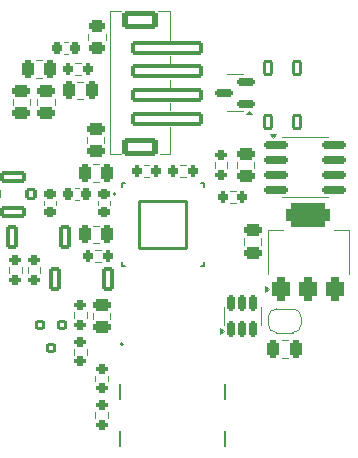
<source format=gbr>
%TF.GenerationSoftware,KiCad,Pcbnew,9.0.0*%
%TF.CreationDate,2026-01-31T22:23:39+01:00*%
%TF.ProjectId,DisplayBoard,44697370-6c61-4794-926f-6172642e6b69,rev?*%
%TF.SameCoordinates,Original*%
%TF.FileFunction,Legend,Top*%
%TF.FilePolarity,Positive*%
%FSLAX46Y46*%
G04 Gerber Fmt 4.6, Leading zero omitted, Abs format (unit mm)*
G04 Created by KiCad (PCBNEW 9.0.0) date 2026-01-31 22:23:39*
%MOMM*%
%LPD*%
G01*
G04 APERTURE LIST*
G04 Aperture macros list*
%AMRoundRect*
0 Rectangle with rounded corners*
0 $1 Rounding radius*
0 $2 $3 $4 $5 $6 $7 $8 $9 X,Y pos of 4 corners*
0 Add a 4 corners polygon primitive as box body*
4,1,4,$2,$3,$4,$5,$6,$7,$8,$9,$2,$3,0*
0 Add four circle primitives for the rounded corners*
1,1,$1+$1,$2,$3*
1,1,$1+$1,$4,$5*
1,1,$1+$1,$6,$7*
1,1,$1+$1,$8,$9*
0 Add four rect primitives between the rounded corners*
20,1,$1+$1,$2,$3,$4,$5,0*
20,1,$1+$1,$4,$5,$6,$7,0*
20,1,$1+$1,$6,$7,$8,$9,0*
20,1,$1+$1,$8,$9,$2,$3,0*%
%AMFreePoly0*
4,1,23,0.000000,0.745722,0.065263,0.745722,0.191342,0.711940,0.304381,0.646677,0.396677,0.554381,0.461940,0.441342,0.495722,0.315263,0.495722,0.250000,0.500000,0.250000,0.500000,-0.250000,0.495722,-0.250000,0.495722,-0.315263,0.461940,-0.441342,0.396677,-0.554381,0.304381,-0.646677,0.191342,-0.711940,0.065263,-0.745722,0.000000,-0.745722,0.000000,-0.750000,-0.500000,-0.750000,
-0.500000,0.750000,0.000000,0.750000,0.000000,0.745722,0.000000,0.745722,$1*%
%AMFreePoly1*
4,1,23,0.500000,-0.750000,0.000000,-0.750000,0.000000,-0.745722,-0.065263,-0.745722,-0.191342,-0.711940,-0.304381,-0.646677,-0.396677,-0.554381,-0.461940,-0.441342,-0.495722,-0.315263,-0.495722,-0.250000,-0.500000,-0.250000,-0.500000,0.250000,-0.495722,0.250000,-0.495722,0.315263,-0.461940,0.441342,-0.396677,0.554381,-0.304381,0.646677,-0.191342,0.711940,-0.065263,0.745722,0.000000,0.745722,
0.000000,0.750000,0.500000,0.750000,0.500000,-0.750000,0.500000,-0.750000,$1*%
G04 Aperture macros list end*
%ADD10C,0.200000*%
%ADD11C,0.120000*%
%ADD12C,0.100000*%
%ADD13C,0.127000*%
%ADD14C,0.010000*%
%ADD15C,0.000000*%
%ADD16RoundRect,0.157500X-0.942500X0.367500X-0.942500X-0.367500X0.942500X-0.367500X0.942500X0.367500X0*%
%ADD17RoundRect,0.150000X-0.350000X0.375000X-0.350000X-0.375000X0.350000X-0.375000X0.350000X0.375000X0*%
%ADD18O,1.204000X2.004000*%
%ADD19O,1.204000X2.304000*%
%ADD20C,0.650000*%
%ADD21RoundRect,0.200000X-0.200000X-0.275000X0.200000X-0.275000X0.200000X0.275000X-0.200000X0.275000X0*%
%ADD22RoundRect,0.250000X0.450000X-0.262500X0.450000X0.262500X-0.450000X0.262500X-0.450000X-0.262500X0*%
%ADD23RoundRect,0.250000X0.250000X0.475000X-0.250000X0.475000X-0.250000X-0.475000X0.250000X-0.475000X0*%
%ADD24RoundRect,0.218750X-0.218750X-0.256250X0.218750X-0.256250X0.218750X0.256250X-0.218750X0.256250X0*%
%ADD25RoundRect,0.250000X0.475000X-0.250000X0.475000X0.250000X-0.475000X0.250000X-0.475000X-0.250000X0*%
%ADD26RoundRect,0.240000X-1.260000X0.560000X-1.260000X-0.560000X1.260000X-0.560000X1.260000X0.560000X0*%
%ADD27RoundRect,0.180000X-2.870000X0.420000X-2.870000X-0.420000X2.870000X-0.420000X2.870000X0.420000X0*%
%ADD28RoundRect,0.150000X0.150000X-0.512500X0.150000X0.512500X-0.150000X0.512500X-0.150000X-0.512500X0*%
%ADD29RoundRect,0.375000X0.375000X-0.625000X0.375000X0.625000X-0.375000X0.625000X-0.375000X-0.625000X0*%
%ADD30RoundRect,0.500000X1.400000X-0.500000X1.400000X0.500000X-1.400000X0.500000X-1.400000X-0.500000X0*%
%ADD31RoundRect,0.250000X-0.475000X0.250000X-0.475000X-0.250000X0.475000X-0.250000X0.475000X0.250000X0*%
%ADD32FreePoly0,0.000000*%
%ADD33FreePoly1,0.000000*%
%ADD34RoundRect,0.225000X-0.250000X0.225000X-0.250000X-0.225000X0.250000X-0.225000X0.250000X0.225000X0*%
%ADD35RoundRect,0.200000X-0.275000X0.200000X-0.275000X-0.200000X0.275000X-0.200000X0.275000X0.200000X0*%
%ADD36RoundRect,0.200000X0.200000X0.275000X-0.200000X0.275000X-0.200000X-0.275000X0.200000X-0.275000X0*%
%ADD37RoundRect,0.200000X0.275000X-0.200000X0.275000X0.200000X-0.275000X0.200000X-0.275000X-0.200000X0*%
%ADD38RoundRect,0.157500X-0.367500X-0.842500X0.367500X-0.842500X0.367500X0.842500X-0.367500X0.842500X0*%
%ADD39RoundRect,0.120000X-0.280000X-0.330000X0.280000X-0.330000X0.280000X0.330000X-0.280000X0.330000X0*%
%ADD40RoundRect,0.150000X0.587500X0.150000X-0.587500X0.150000X-0.587500X-0.150000X0.587500X-0.150000X0*%
%ADD41RoundRect,0.135000X-0.315000X0.540000X-0.315000X-0.540000X0.315000X-0.540000X0.315000X0.540000X0*%
%ADD42RoundRect,0.150000X-0.825000X-0.150000X0.825000X-0.150000X0.825000X0.150000X-0.825000X0.150000X0*%
%ADD43RoundRect,0.102000X-2.000000X-2.000000X2.000000X-2.000000X2.000000X2.000000X-2.000000X2.000000X0*%
G04 APERTURE END LIST*
D10*
%TO.C,USBC501*%
X96600000Y-129200000D02*
G75*
G02*
X96400000Y-129200000I-100000J0D01*
G01*
X96400000Y-129200000D02*
G75*
G02*
X96600000Y-129200000I100000J0D01*
G01*
X105270000Y-137800001D02*
X105270000Y-136520000D01*
X105269999Y-132550000D02*
X105270000Y-133800001D01*
X96330000Y-136520000D02*
X96330000Y-137799999D01*
X96330000Y-132550000D02*
X96329999Y-133800000D01*
D11*
%TO.C,R401*%
X92562742Y-105377500D02*
X93037258Y-105377500D01*
X92562742Y-106422500D02*
X93037258Y-106422500D01*
%TO.C,D401*%
X95135000Y-103414564D02*
X95135000Y-102960436D01*
X93665000Y-103414564D02*
X93665000Y-102960436D01*
%TO.C,C403*%
X89761252Y-105165000D02*
X89238748Y-105165000D01*
X89761252Y-106635000D02*
X89238748Y-106635000D01*
%TO.C,FB401*%
X91637221Y-104610000D02*
X91962779Y-104610000D01*
X91637221Y-103590000D02*
X91962779Y-103590000D01*
%TO.C,C404*%
X93261252Y-106965000D02*
X92738748Y-106965000D01*
X93261252Y-108435000D02*
X92738748Y-108435000D01*
%TO.C,C405*%
X106265000Y-114261252D02*
X106265000Y-113738748D01*
X107735000Y-114261252D02*
X107735000Y-113738748D01*
D12*
%TO.C,J401*%
X100550000Y-101000000D02*
X99600000Y-101000000D01*
X100550000Y-101000000D02*
X100550000Y-103400000D01*
X95550000Y-101000000D02*
X96400000Y-101000000D01*
X100550000Y-104800000D02*
X100550000Y-105400000D01*
X100550000Y-106800000D02*
X100550000Y-107400000D01*
X100550000Y-108800000D02*
X100550000Y-109400000D01*
X100550000Y-110800000D02*
X100550000Y-113100000D01*
X100550000Y-113100000D02*
X99700000Y-113100000D01*
X96400000Y-113100000D02*
X95550000Y-113100000D01*
X95550000Y-113100000D02*
X95550000Y-101000000D01*
D11*
%TO.C,U501*%
X105190000Y-128100000D02*
X104860000Y-128340000D01*
X104860000Y-127860000D01*
X105190000Y-128100000D01*
G36*
X105190000Y-128100000D02*
G01*
X104860000Y-128340000D01*
X104860000Y-127860000D01*
X105190000Y-128100000D01*
G37*
X105140000Y-126800000D02*
X105140000Y-126000000D01*
X105140000Y-126800000D02*
X105140000Y-127600000D01*
X108260000Y-126800000D02*
X108260000Y-126000000D01*
X108260000Y-126800000D02*
X108260000Y-127600000D01*
%TO.C,C301*%
X94065000Y-127061252D02*
X94065000Y-126538748D01*
X95535000Y-127061252D02*
X95535000Y-126538748D01*
%TO.C,U502*%
X108990000Y-124530000D02*
X108660000Y-124770000D01*
X108660000Y-124290000D01*
X108990000Y-124530000D01*
G36*
X108990000Y-124530000D02*
G01*
X108660000Y-124770000D01*
X108660000Y-124290000D01*
X108990000Y-124530000D01*
G37*
X115710000Y-119490000D02*
X114450000Y-119490000D01*
X108890000Y-119490000D02*
X110150000Y-119490000D01*
X115710000Y-123250000D02*
X115710000Y-119490000D01*
X108890000Y-123250000D02*
X108890000Y-119490000D01*
%TO.C,C502*%
X106865000Y-120238748D02*
X106865000Y-120761252D01*
X108335000Y-120238748D02*
X108335000Y-120761252D01*
%TO.C,JP501*%
X111700000Y-127500000D02*
G75*
G02*
X111000000Y-128200000I-700000J0D01*
G01*
X111000000Y-126200000D02*
G75*
G02*
X111700000Y-126900000I0J-700000D01*
G01*
X109600000Y-128200000D02*
G75*
G02*
X108900000Y-127500000I-1J699999D01*
G01*
X108900000Y-126900000D02*
G75*
G02*
X109600000Y-126200000I699999J1D01*
G01*
X111700000Y-126900000D02*
X111700000Y-127500000D01*
X111000000Y-128200000D02*
X109600000Y-128200000D01*
X109600000Y-126200000D02*
X111000000Y-126200000D01*
X108900000Y-127500000D02*
X108900000Y-126900000D01*
%TO.C,C204*%
X89902281Y-117104420D02*
X89902281Y-117385580D01*
X90922281Y-117104420D02*
X90922281Y-117385580D01*
%TO.C,R301*%
X93522500Y-126487742D02*
X93522500Y-126962258D01*
X92477500Y-126487742D02*
X92477500Y-126962258D01*
%TO.C,Rusb502*%
X95322500Y-134962742D02*
X95322500Y-135437258D01*
X94277500Y-134962742D02*
X94277500Y-135437258D01*
%TO.C,R203*%
X94737258Y-121177500D02*
X94262742Y-121177500D01*
X94737258Y-122222500D02*
X94262742Y-122222500D01*
%TO.C,R204*%
X104377500Y-114237258D02*
X104377500Y-113762742D01*
X105422500Y-114237258D02*
X105422500Y-113762742D01*
%TO.C,C401*%
X90835000Y-108438748D02*
X90835000Y-108961252D01*
X89365000Y-108438748D02*
X89365000Y-108961252D01*
%TO.C,R201*%
X86977500Y-123137258D02*
X86977500Y-122662742D01*
X88022500Y-123137258D02*
X88022500Y-122662742D01*
%TO.C,R206*%
X98362742Y-113977500D02*
X98837258Y-113977500D01*
X98362742Y-115022500D02*
X98837258Y-115022500D01*
%TO.C,C201*%
X94561252Y-119165000D02*
X94038748Y-119165000D01*
X94561252Y-120635000D02*
X94038748Y-120635000D01*
%TO.C,D402*%
X106100000Y-106340000D02*
X105450000Y-106340000D01*
X106100000Y-106340000D02*
X106750000Y-106340000D01*
X106100000Y-109460000D02*
X105450000Y-109460000D01*
X106100000Y-109460000D02*
X106750000Y-109460000D01*
X107502500Y-109740000D02*
X107022500Y-109740000D01*
X107262500Y-109410000D01*
X107502500Y-109740000D01*
G36*
X107502500Y-109740000D02*
G01*
X107022500Y-109740000D01*
X107262500Y-109410000D01*
X107502500Y-109740000D01*
G37*
%TO.C,C205*%
X94502281Y-117104420D02*
X94502281Y-117385580D01*
X95522281Y-117104420D02*
X95522281Y-117385580D01*
%TO.C,C203*%
X93565000Y-112161252D02*
X93565000Y-111638748D01*
X95035000Y-112161252D02*
X95035000Y-111638748D01*
%TO.C,C402*%
X88735000Y-108438748D02*
X88735000Y-108961252D01*
X87265000Y-108438748D02*
X87265000Y-108961252D01*
%TO.C,R302*%
X93522500Y-129587742D02*
X93522500Y-130062258D01*
X92477500Y-129587742D02*
X92477500Y-130062258D01*
%TO.C,L201*%
X92537221Y-117010000D02*
X92862779Y-117010000D01*
X92537221Y-115990000D02*
X92862779Y-115990000D01*
%TO.C,C202*%
X94561252Y-113965000D02*
X94038748Y-113965000D01*
X94561252Y-115435000D02*
X94038748Y-115435000D01*
%TO.C,R205*%
X101937258Y-113977500D02*
X101462742Y-113977500D01*
X101937258Y-115022500D02*
X101462742Y-115022500D01*
%TO.C,U401*%
X112000000Y-111640000D02*
X110050000Y-111640000D01*
X112000000Y-111640000D02*
X113950000Y-111640000D01*
X112000000Y-116760000D02*
X110050000Y-116760000D01*
X112000000Y-116760000D02*
X113950000Y-116760000D01*
X109300000Y-111735000D02*
X109060000Y-111405000D01*
X109540000Y-111405000D01*
X109300000Y-111735000D01*
G36*
X109300000Y-111735000D02*
G01*
X109060000Y-111405000D01*
X109540000Y-111405000D01*
X109300000Y-111735000D01*
G37*
%TO.C,R402*%
X106137258Y-116177500D02*
X105662742Y-116177500D01*
X106137258Y-117222500D02*
X105662742Y-117222500D01*
%TO.C,Rusb501*%
X94277500Y-132337258D02*
X94277500Y-131862742D01*
X95322500Y-132337258D02*
X95322500Y-131862742D01*
%TO.C,R202*%
X88577500Y-123137258D02*
X88577500Y-122662742D01*
X89622500Y-123137258D02*
X89622500Y-122662742D01*
D13*
%TO.C,U201*%
X96500000Y-115569563D02*
X96800000Y-115569563D01*
X96500000Y-115869563D02*
X96500000Y-115569563D01*
X96500000Y-122269563D02*
X96500000Y-122569563D01*
X96500000Y-122569563D02*
X96800000Y-122569563D01*
X103200000Y-115569563D02*
X103500000Y-115569563D01*
X103200000Y-122569563D02*
X103500000Y-122569563D01*
X103500000Y-115569563D02*
X103500000Y-115869563D01*
X103500000Y-122569563D02*
X103500000Y-122269563D01*
D10*
X96000000Y-116469563D02*
G75*
G02*
X95800000Y-116469563I-100000J0D01*
G01*
X95800000Y-116469563D02*
G75*
G02*
X96000000Y-116469563I100000J0D01*
G01*
D11*
%TO.C,C501*%
X110561252Y-128865000D02*
X110038748Y-128865000D01*
X110561252Y-130335000D02*
X110038748Y-130335000D01*
%TD*%
%LPC*%
D14*
%TO.C,USBC501*%
X104349999Y-131069999D02*
X103650001Y-131069999D01*
X103649998Y-129020001D01*
X104350000Y-129020000D01*
X104349999Y-131069999D01*
G36*
X104349999Y-131069999D02*
G01*
X103650001Y-131069999D01*
X103649998Y-129020001D01*
X104350000Y-129020000D01*
X104349999Y-131069999D01*
G37*
X103550001Y-131070000D02*
X102850000Y-131070001D01*
X102850000Y-129020000D01*
X103550001Y-129020000D01*
X103550001Y-131070000D01*
G36*
X103550001Y-131070000D02*
G01*
X102850000Y-131070001D01*
X102850000Y-129020000D01*
X103550001Y-129020000D01*
X103550001Y-131070000D01*
G37*
X102750000Y-131070000D02*
X102350000Y-131069999D01*
X102350000Y-129020000D01*
X102750001Y-129019999D01*
X102750000Y-131070000D01*
G36*
X102750000Y-131070000D02*
G01*
X102350000Y-131069999D01*
X102350000Y-129020000D01*
X102750001Y-129019999D01*
X102750000Y-131070000D01*
G37*
X102250000Y-129020000D02*
X102250000Y-131070000D01*
X101850000Y-131070001D01*
X101850000Y-129019999D01*
X102250000Y-129020000D01*
G36*
X102250000Y-129020000D02*
G01*
X102250000Y-131070000D01*
X101850000Y-131070001D01*
X101850000Y-129019999D01*
X102250000Y-129020000D01*
G37*
X101750000Y-131070000D02*
X101350000Y-131070000D01*
X101350000Y-129020001D01*
X101750001Y-129020001D01*
X101750000Y-131070000D01*
G36*
X101750000Y-131070000D02*
G01*
X101350000Y-131070000D01*
X101350000Y-129020001D01*
X101750001Y-129020001D01*
X101750000Y-131070000D01*
G37*
X101250001Y-131070000D02*
X100850000Y-131070000D01*
X100849999Y-129020000D01*
X101250000Y-129020000D01*
X101250001Y-131070000D01*
G36*
X101250001Y-131070000D02*
G01*
X100850000Y-131070000D01*
X100849999Y-129020000D01*
X101250000Y-129020000D01*
X101250001Y-131070000D01*
G37*
X100750000Y-131070001D02*
X100350001Y-131069999D01*
X100349999Y-129020001D01*
X100750000Y-129020000D01*
X100750000Y-131070001D01*
G36*
X100750000Y-131070001D02*
G01*
X100350001Y-131069999D01*
X100349999Y-129020001D01*
X100750000Y-129020000D01*
X100750000Y-131070001D01*
G37*
X100250000Y-131070000D02*
X99850002Y-131070000D01*
X99850000Y-129020001D01*
X100250000Y-129019998D01*
X100250000Y-131070000D01*
G36*
X100250000Y-131070000D02*
G01*
X99850002Y-131070000D01*
X99850000Y-129020001D01*
X100250000Y-129019998D01*
X100250000Y-131070000D01*
G37*
X99749999Y-131070000D02*
X99350000Y-131070001D01*
X99350001Y-129020000D01*
X99750001Y-129020000D01*
X99749999Y-131070000D01*
G36*
X99749999Y-131070000D02*
G01*
X99350000Y-131070001D01*
X99350001Y-129020000D01*
X99750001Y-129020000D01*
X99749999Y-131070000D01*
G37*
X99250000Y-129020000D02*
X99249998Y-131069999D01*
X98849999Y-131070000D01*
X98850000Y-129019999D01*
X99250000Y-129020000D01*
G36*
X99250000Y-129020000D02*
G01*
X99249998Y-131069999D01*
X98849999Y-131070000D01*
X98850000Y-129019999D01*
X99250000Y-129020000D01*
G37*
X98750000Y-131070000D02*
X98050000Y-131070001D01*
X98050000Y-129020000D01*
X98750000Y-129020000D01*
X98750000Y-131070000D01*
G36*
X98750000Y-131070000D02*
G01*
X98050000Y-131070001D01*
X98050000Y-129020000D01*
X98750000Y-129020000D01*
X98750000Y-131070000D01*
G37*
X97949999Y-131069999D02*
X97250000Y-131069999D01*
X97250001Y-129020000D01*
X97950001Y-129019999D01*
X97949999Y-131069999D01*
G36*
X97949999Y-131069999D02*
G01*
X97250000Y-131069999D01*
X97250001Y-129020000D01*
X97950001Y-129019999D01*
X97949999Y-131069999D01*
G37*
D15*
%TO.C,JP501*%
G36*
X110449999Y-127950000D02*
G01*
X110150000Y-127950000D01*
X110150001Y-126450000D01*
X110450000Y-126450000D01*
X110449999Y-127950000D01*
G37*
D14*
%TO.C,U201*%
X97060000Y-116644563D02*
X96490000Y-116644563D01*
X96490000Y-116294563D01*
X97060000Y-116294563D01*
X97060000Y-116644563D01*
G36*
X97060000Y-116644563D02*
G01*
X96490000Y-116644563D01*
X96490000Y-116294563D01*
X97060000Y-116294563D01*
X97060000Y-116644563D01*
G37*
X97060000Y-117044563D02*
X96490000Y-117044563D01*
X96490000Y-116694563D01*
X97060000Y-116694563D01*
X97060000Y-117044563D01*
G36*
X97060000Y-117044563D02*
G01*
X96490000Y-117044563D01*
X96490000Y-116694563D01*
X97060000Y-116694563D01*
X97060000Y-117044563D01*
G37*
X97060000Y-117444563D02*
X96490000Y-117444563D01*
X96490000Y-117094563D01*
X97060000Y-117094563D01*
X97060000Y-117444563D01*
G36*
X97060000Y-117444563D02*
G01*
X96490000Y-117444563D01*
X96490000Y-117094563D01*
X97060000Y-117094563D01*
X97060000Y-117444563D01*
G37*
X97060000Y-117844563D02*
X96490000Y-117844563D01*
X96490000Y-117494563D01*
X97060000Y-117494563D01*
X97060000Y-117844563D01*
G36*
X97060000Y-117844563D02*
G01*
X96490000Y-117844563D01*
X96490000Y-117494563D01*
X97060000Y-117494563D01*
X97060000Y-117844563D01*
G37*
X97060000Y-118244563D02*
X96490000Y-118244563D01*
X96490000Y-117894563D01*
X97060000Y-117894563D01*
X97060000Y-118244563D01*
G36*
X97060000Y-118244563D02*
G01*
X96490000Y-118244563D01*
X96490000Y-117894563D01*
X97060000Y-117894563D01*
X97060000Y-118244563D01*
G37*
X97060000Y-118644563D02*
X96490000Y-118644563D01*
X96490000Y-118294563D01*
X97060000Y-118294563D01*
X97060000Y-118644563D01*
G36*
X97060000Y-118644563D02*
G01*
X96490000Y-118644563D01*
X96490000Y-118294563D01*
X97060000Y-118294563D01*
X97060000Y-118644563D01*
G37*
X97060000Y-119044563D02*
X96490000Y-119044563D01*
X96490000Y-118694563D01*
X97060000Y-118694563D01*
X97060000Y-119044563D01*
G36*
X97060000Y-119044563D02*
G01*
X96490000Y-119044563D01*
X96490000Y-118694563D01*
X97060000Y-118694563D01*
X97060000Y-119044563D01*
G37*
X97060000Y-119444563D02*
X96490000Y-119444563D01*
X96490000Y-119094563D01*
X97060000Y-119094563D01*
X97060000Y-119444563D01*
G36*
X97060000Y-119444563D02*
G01*
X96490000Y-119444563D01*
X96490000Y-119094563D01*
X97060000Y-119094563D01*
X97060000Y-119444563D01*
G37*
X97060000Y-119844563D02*
X96490000Y-119844563D01*
X96490000Y-119494563D01*
X97060000Y-119494563D01*
X97060000Y-119844563D01*
G36*
X97060000Y-119844563D02*
G01*
X96490000Y-119844563D01*
X96490000Y-119494563D01*
X97060000Y-119494563D01*
X97060000Y-119844563D01*
G37*
X97060000Y-120244563D02*
X96490000Y-120244563D01*
X96490000Y-119894563D01*
X97060000Y-119894563D01*
X97060000Y-120244563D01*
G36*
X97060000Y-120244563D02*
G01*
X96490000Y-120244563D01*
X96490000Y-119894563D01*
X97060000Y-119894563D01*
X97060000Y-120244563D01*
G37*
X97060000Y-120644563D02*
X96490000Y-120644563D01*
X96490000Y-120294563D01*
X97060000Y-120294563D01*
X97060000Y-120644563D01*
G36*
X97060000Y-120644563D02*
G01*
X96490000Y-120644563D01*
X96490000Y-120294563D01*
X97060000Y-120294563D01*
X97060000Y-120644563D01*
G37*
X97060000Y-121044563D02*
X96490000Y-121044563D01*
X96490000Y-120694563D01*
X97060000Y-120694563D01*
X97060000Y-121044563D01*
G36*
X97060000Y-121044563D02*
G01*
X96490000Y-121044563D01*
X96490000Y-120694563D01*
X97060000Y-120694563D01*
X97060000Y-121044563D01*
G37*
X97060000Y-121444563D02*
X96490000Y-121444563D01*
X96490000Y-121094563D01*
X97060000Y-121094563D01*
X97060000Y-121444563D01*
G36*
X97060000Y-121444563D02*
G01*
X96490000Y-121444563D01*
X96490000Y-121094563D01*
X97060000Y-121094563D01*
X97060000Y-121444563D01*
G37*
X97060000Y-121844563D02*
X96490000Y-121844563D01*
X96490000Y-121494563D01*
X97060000Y-121494563D01*
X97060000Y-121844563D01*
G36*
X97060000Y-121844563D02*
G01*
X96490000Y-121844563D01*
X96490000Y-121494563D01*
X97060000Y-121494563D01*
X97060000Y-121844563D01*
G37*
X97575000Y-116129563D02*
X97225000Y-116129563D01*
X97225000Y-115559563D01*
X97575000Y-115559563D01*
X97575000Y-116129563D01*
G36*
X97575000Y-116129563D02*
G01*
X97225000Y-116129563D01*
X97225000Y-115559563D01*
X97575000Y-115559563D01*
X97575000Y-116129563D01*
G37*
X97575000Y-122579563D02*
X97225000Y-122579563D01*
X97225000Y-122009563D01*
X97575000Y-122009563D01*
X97575000Y-122579563D01*
G36*
X97575000Y-122579563D02*
G01*
X97225000Y-122579563D01*
X97225000Y-122009563D01*
X97575000Y-122009563D01*
X97575000Y-122579563D01*
G37*
X97975000Y-116129563D02*
X97625000Y-116129563D01*
X97625000Y-115559563D01*
X97975000Y-115559563D01*
X97975000Y-116129563D01*
G36*
X97975000Y-116129563D02*
G01*
X97625000Y-116129563D01*
X97625000Y-115559563D01*
X97975000Y-115559563D01*
X97975000Y-116129563D01*
G37*
X97975000Y-122579563D02*
X97625000Y-122579563D01*
X97625000Y-122009563D01*
X97975000Y-122009563D01*
X97975000Y-122579563D01*
G36*
X97975000Y-122579563D02*
G01*
X97625000Y-122579563D01*
X97625000Y-122009563D01*
X97975000Y-122009563D01*
X97975000Y-122579563D01*
G37*
X98375000Y-116129563D02*
X98025000Y-116129563D01*
X98025000Y-115559563D01*
X98375000Y-115559563D01*
X98375000Y-116129563D01*
G36*
X98375000Y-116129563D02*
G01*
X98025000Y-116129563D01*
X98025000Y-115559563D01*
X98375000Y-115559563D01*
X98375000Y-116129563D01*
G37*
X98375000Y-122579563D02*
X98025000Y-122579563D01*
X98025000Y-122009563D01*
X98375000Y-122009563D01*
X98375000Y-122579563D01*
G36*
X98375000Y-122579563D02*
G01*
X98025000Y-122579563D01*
X98025000Y-122009563D01*
X98375000Y-122009563D01*
X98375000Y-122579563D01*
G37*
X98775000Y-116129563D02*
X98425000Y-116129563D01*
X98425000Y-115559563D01*
X98775000Y-115559563D01*
X98775000Y-116129563D01*
G36*
X98775000Y-116129563D02*
G01*
X98425000Y-116129563D01*
X98425000Y-115559563D01*
X98775000Y-115559563D01*
X98775000Y-116129563D01*
G37*
X98775000Y-122579563D02*
X98425000Y-122579563D01*
X98425000Y-122009563D01*
X98775000Y-122009563D01*
X98775000Y-122579563D01*
G36*
X98775000Y-122579563D02*
G01*
X98425000Y-122579563D01*
X98425000Y-122009563D01*
X98775000Y-122009563D01*
X98775000Y-122579563D01*
G37*
X99175000Y-116129563D02*
X98825000Y-116129563D01*
X98825000Y-115559563D01*
X99175000Y-115559563D01*
X99175000Y-116129563D01*
G36*
X99175000Y-116129563D02*
G01*
X98825000Y-116129563D01*
X98825000Y-115559563D01*
X99175000Y-115559563D01*
X99175000Y-116129563D01*
G37*
X99175000Y-122579563D02*
X98825000Y-122579563D01*
X98825000Y-122009563D01*
X99175000Y-122009563D01*
X99175000Y-122579563D01*
G36*
X99175000Y-122579563D02*
G01*
X98825000Y-122579563D01*
X98825000Y-122009563D01*
X99175000Y-122009563D01*
X99175000Y-122579563D01*
G37*
X99575000Y-116129563D02*
X99225000Y-116129563D01*
X99225000Y-115559563D01*
X99575000Y-115559563D01*
X99575000Y-116129563D01*
G36*
X99575000Y-116129563D02*
G01*
X99225000Y-116129563D01*
X99225000Y-115559563D01*
X99575000Y-115559563D01*
X99575000Y-116129563D01*
G37*
X99575000Y-122579563D02*
X99225000Y-122579563D01*
X99225000Y-122009563D01*
X99575000Y-122009563D01*
X99575000Y-122579563D01*
G36*
X99575000Y-122579563D02*
G01*
X99225000Y-122579563D01*
X99225000Y-122009563D01*
X99575000Y-122009563D01*
X99575000Y-122579563D01*
G37*
X99975000Y-116129563D02*
X99625000Y-116129563D01*
X99625000Y-115559563D01*
X99975000Y-115559563D01*
X99975000Y-116129563D01*
G36*
X99975000Y-116129563D02*
G01*
X99625000Y-116129563D01*
X99625000Y-115559563D01*
X99975000Y-115559563D01*
X99975000Y-116129563D01*
G37*
X99975000Y-122579563D02*
X99625000Y-122579563D01*
X99625000Y-122009563D01*
X99975000Y-122009563D01*
X99975000Y-122579563D01*
G36*
X99975000Y-122579563D02*
G01*
X99625000Y-122579563D01*
X99625000Y-122009563D01*
X99975000Y-122009563D01*
X99975000Y-122579563D01*
G37*
X100375000Y-116129563D02*
X100025000Y-116129563D01*
X100025000Y-115559563D01*
X100375000Y-115559563D01*
X100375000Y-116129563D01*
G36*
X100375000Y-116129563D02*
G01*
X100025000Y-116129563D01*
X100025000Y-115559563D01*
X100375000Y-115559563D01*
X100375000Y-116129563D01*
G37*
X100375000Y-122579563D02*
X100025000Y-122579563D01*
X100025000Y-122009563D01*
X100375000Y-122009563D01*
X100375000Y-122579563D01*
G36*
X100375000Y-122579563D02*
G01*
X100025000Y-122579563D01*
X100025000Y-122009563D01*
X100375000Y-122009563D01*
X100375000Y-122579563D01*
G37*
X100775000Y-116129563D02*
X100425000Y-116129563D01*
X100425000Y-115559563D01*
X100775000Y-115559563D01*
X100775000Y-116129563D01*
G36*
X100775000Y-116129563D02*
G01*
X100425000Y-116129563D01*
X100425000Y-115559563D01*
X100775000Y-115559563D01*
X100775000Y-116129563D01*
G37*
X100775000Y-122579563D02*
X100425000Y-122579563D01*
X100425000Y-122009563D01*
X100775000Y-122009563D01*
X100775000Y-122579563D01*
G36*
X100775000Y-122579563D02*
G01*
X100425000Y-122579563D01*
X100425000Y-122009563D01*
X100775000Y-122009563D01*
X100775000Y-122579563D01*
G37*
X101175000Y-116129563D02*
X100825000Y-116129563D01*
X100825000Y-115559563D01*
X101175000Y-115559563D01*
X101175000Y-116129563D01*
G36*
X101175000Y-116129563D02*
G01*
X100825000Y-116129563D01*
X100825000Y-115559563D01*
X101175000Y-115559563D01*
X101175000Y-116129563D01*
G37*
X101175000Y-122579563D02*
X100825000Y-122579563D01*
X100825000Y-122009563D01*
X101175000Y-122009563D01*
X101175000Y-122579563D01*
G36*
X101175000Y-122579563D02*
G01*
X100825000Y-122579563D01*
X100825000Y-122009563D01*
X101175000Y-122009563D01*
X101175000Y-122579563D01*
G37*
X101575000Y-116129563D02*
X101225000Y-116129563D01*
X101225000Y-115559563D01*
X101575000Y-115559563D01*
X101575000Y-116129563D01*
G36*
X101575000Y-116129563D02*
G01*
X101225000Y-116129563D01*
X101225000Y-115559563D01*
X101575000Y-115559563D01*
X101575000Y-116129563D01*
G37*
X101575000Y-122579563D02*
X101225000Y-122579563D01*
X101225000Y-122009563D01*
X101575000Y-122009563D01*
X101575000Y-122579563D01*
G36*
X101575000Y-122579563D02*
G01*
X101225000Y-122579563D01*
X101225000Y-122009563D01*
X101575000Y-122009563D01*
X101575000Y-122579563D01*
G37*
X101975000Y-116129563D02*
X101625000Y-116129563D01*
X101625000Y-115559563D01*
X101975000Y-115559563D01*
X101975000Y-116129563D01*
G36*
X101975000Y-116129563D02*
G01*
X101625000Y-116129563D01*
X101625000Y-115559563D01*
X101975000Y-115559563D01*
X101975000Y-116129563D01*
G37*
X101975000Y-122579563D02*
X101625000Y-122579563D01*
X101625000Y-122009563D01*
X101975000Y-122009563D01*
X101975000Y-122579563D01*
G36*
X101975000Y-122579563D02*
G01*
X101625000Y-122579563D01*
X101625000Y-122009563D01*
X101975000Y-122009563D01*
X101975000Y-122579563D01*
G37*
X102375000Y-116129563D02*
X102025000Y-116129563D01*
X102025000Y-115559563D01*
X102375000Y-115559563D01*
X102375000Y-116129563D01*
G36*
X102375000Y-116129563D02*
G01*
X102025000Y-116129563D01*
X102025000Y-115559563D01*
X102375000Y-115559563D01*
X102375000Y-116129563D01*
G37*
X102375000Y-122579563D02*
X102025000Y-122579563D01*
X102025000Y-122009563D01*
X102375000Y-122009563D01*
X102375000Y-122579563D01*
G36*
X102375000Y-122579563D02*
G01*
X102025000Y-122579563D01*
X102025000Y-122009563D01*
X102375000Y-122009563D01*
X102375000Y-122579563D01*
G37*
X102775000Y-116129563D02*
X102425000Y-116129563D01*
X102425000Y-115559563D01*
X102775000Y-115559563D01*
X102775000Y-116129563D01*
G36*
X102775000Y-116129563D02*
G01*
X102425000Y-116129563D01*
X102425000Y-115559563D01*
X102775000Y-115559563D01*
X102775000Y-116129563D01*
G37*
X102775000Y-122579563D02*
X102425000Y-122579563D01*
X102425000Y-122009563D01*
X102775000Y-122009563D01*
X102775000Y-122579563D01*
G36*
X102775000Y-122579563D02*
G01*
X102425000Y-122579563D01*
X102425000Y-122009563D01*
X102775000Y-122009563D01*
X102775000Y-122579563D01*
G37*
X103510000Y-116644563D02*
X102940000Y-116644563D01*
X102940000Y-116294563D01*
X103510000Y-116294563D01*
X103510000Y-116644563D01*
G36*
X103510000Y-116644563D02*
G01*
X102940000Y-116644563D01*
X102940000Y-116294563D01*
X103510000Y-116294563D01*
X103510000Y-116644563D01*
G37*
X103510000Y-117044563D02*
X102940000Y-117044563D01*
X102940000Y-116694563D01*
X103510000Y-116694563D01*
X103510000Y-117044563D01*
G36*
X103510000Y-117044563D02*
G01*
X102940000Y-117044563D01*
X102940000Y-116694563D01*
X103510000Y-116694563D01*
X103510000Y-117044563D01*
G37*
X103510000Y-117444563D02*
X102940000Y-117444563D01*
X102940000Y-117094563D01*
X103510000Y-117094563D01*
X103510000Y-117444563D01*
G36*
X103510000Y-117444563D02*
G01*
X102940000Y-117444563D01*
X102940000Y-117094563D01*
X103510000Y-117094563D01*
X103510000Y-117444563D01*
G37*
X103510000Y-117844563D02*
X102940000Y-117844563D01*
X102940000Y-117494563D01*
X103510000Y-117494563D01*
X103510000Y-117844563D01*
G36*
X103510000Y-117844563D02*
G01*
X102940000Y-117844563D01*
X102940000Y-117494563D01*
X103510000Y-117494563D01*
X103510000Y-117844563D01*
G37*
X103510000Y-118244563D02*
X102940000Y-118244563D01*
X102940000Y-117894563D01*
X103510000Y-117894563D01*
X103510000Y-118244563D01*
G36*
X103510000Y-118244563D02*
G01*
X102940000Y-118244563D01*
X102940000Y-117894563D01*
X103510000Y-117894563D01*
X103510000Y-118244563D01*
G37*
X103510000Y-118644563D02*
X102940000Y-118644563D01*
X102940000Y-118294563D01*
X103510000Y-118294563D01*
X103510000Y-118644563D01*
G36*
X103510000Y-118644563D02*
G01*
X102940000Y-118644563D01*
X102940000Y-118294563D01*
X103510000Y-118294563D01*
X103510000Y-118644563D01*
G37*
X103510000Y-119044563D02*
X102940000Y-119044563D01*
X102940000Y-118694563D01*
X103510000Y-118694563D01*
X103510000Y-119044563D01*
G36*
X103510000Y-119044563D02*
G01*
X102940000Y-119044563D01*
X102940000Y-118694563D01*
X103510000Y-118694563D01*
X103510000Y-119044563D01*
G37*
X103510000Y-119444563D02*
X102940000Y-119444563D01*
X102940000Y-119094563D01*
X103510000Y-119094563D01*
X103510000Y-119444563D01*
G36*
X103510000Y-119444563D02*
G01*
X102940000Y-119444563D01*
X102940000Y-119094563D01*
X103510000Y-119094563D01*
X103510000Y-119444563D01*
G37*
X103510000Y-119844563D02*
X102940000Y-119844563D01*
X102940000Y-119494563D01*
X103510000Y-119494563D01*
X103510000Y-119844563D01*
G36*
X103510000Y-119844563D02*
G01*
X102940000Y-119844563D01*
X102940000Y-119494563D01*
X103510000Y-119494563D01*
X103510000Y-119844563D01*
G37*
X103510000Y-120244563D02*
X102940000Y-120244563D01*
X102940000Y-119894563D01*
X103510000Y-119894563D01*
X103510000Y-120244563D01*
G36*
X103510000Y-120244563D02*
G01*
X102940000Y-120244563D01*
X102940000Y-119894563D01*
X103510000Y-119894563D01*
X103510000Y-120244563D01*
G37*
X103510000Y-120644563D02*
X102940000Y-120644563D01*
X102940000Y-120294563D01*
X103510000Y-120294563D01*
X103510000Y-120644563D01*
G36*
X103510000Y-120644563D02*
G01*
X102940000Y-120644563D01*
X102940000Y-120294563D01*
X103510000Y-120294563D01*
X103510000Y-120644563D01*
G37*
X103510000Y-121044563D02*
X102940000Y-121044563D01*
X102940000Y-120694563D01*
X103510000Y-120694563D01*
X103510000Y-121044563D01*
G36*
X103510000Y-121044563D02*
G01*
X102940000Y-121044563D01*
X102940000Y-120694563D01*
X103510000Y-120694563D01*
X103510000Y-121044563D01*
G37*
X103510000Y-121444563D02*
X102940000Y-121444563D01*
X102940000Y-121094563D01*
X103510000Y-121094563D01*
X103510000Y-121444563D01*
G36*
X103510000Y-121444563D02*
G01*
X102940000Y-121444563D01*
X102940000Y-121094563D01*
X103510000Y-121094563D01*
X103510000Y-121444563D01*
G37*
X103510000Y-121844563D02*
X102940000Y-121844563D01*
X102940000Y-121494563D01*
X103510000Y-121494563D01*
X103510000Y-121844563D01*
G36*
X103510000Y-121844563D02*
G01*
X102940000Y-121844563D01*
X102940000Y-121494563D01*
X103510000Y-121494563D01*
X103510000Y-121844563D01*
G37*
%TD*%
D16*
%TO.C,J201*%
X87300000Y-117975000D03*
D17*
X85800000Y-116500000D03*
D16*
X87300000Y-115025000D03*
D17*
X88800000Y-116500000D03*
%TD*%
D18*
%TO.C,USBC501*%
X105119999Y-135200000D03*
X96480001Y-135200000D03*
D19*
X105120001Y-131020000D03*
X96480000Y-131019999D03*
D20*
X103690000Y-131520000D03*
X97909999Y-131520000D03*
%TD*%
D21*
%TO.C,R401*%
X93625000Y-105900000D03*
X91975000Y-105900000D03*
%TD*%
D22*
%TO.C,D401*%
X94400000Y-102275000D03*
X94400000Y-104100000D03*
%TD*%
D23*
%TO.C,C403*%
X88550000Y-105900000D03*
X90450000Y-105900000D03*
%TD*%
D24*
%TO.C,FB401*%
X92587500Y-104100000D03*
X91012500Y-104100000D03*
%TD*%
D23*
%TO.C,C404*%
X92050000Y-107700000D03*
X93950000Y-107700000D03*
%TD*%
D25*
%TO.C,C405*%
X107000000Y-114950000D03*
X107000000Y-113050000D03*
%TD*%
D26*
%TO.C,J401*%
X98050000Y-101700000D03*
X98050000Y-112500000D03*
D27*
X100300000Y-104100000D03*
X100300000Y-106100000D03*
X100300000Y-108100000D03*
X100300000Y-110100000D03*
%TD*%
D28*
%TO.C,U501*%
X105750000Y-125662500D03*
X106700000Y-125662500D03*
X107650000Y-125662500D03*
X107650000Y-127937500D03*
X106700000Y-127937500D03*
X105750000Y-127937500D03*
%TD*%
D25*
%TO.C,C301*%
X94800000Y-127750000D03*
X94800000Y-125850000D03*
%TD*%
D29*
%TO.C,U502*%
X114600000Y-124550000D03*
D30*
X112300000Y-118250000D03*
D29*
X112300000Y-124550000D03*
X110000000Y-124550000D03*
%TD*%
D31*
%TO.C,C502*%
X107600000Y-121450000D03*
X107600000Y-119550000D03*
%TD*%
D32*
%TO.C,JP501*%
X110950000Y-127200000D03*
D33*
X109650000Y-127200000D03*
%TD*%
D34*
%TO.C,C204*%
X90412281Y-116470000D03*
X90412281Y-118020000D03*
%TD*%
D35*
%TO.C,R301*%
X93000000Y-125900000D03*
X93000000Y-127550000D03*
%TD*%
%TO.C,Rusb502*%
X94800000Y-134375000D03*
X94800000Y-136025000D03*
%TD*%
D36*
%TO.C,R203*%
X95325000Y-121700000D03*
X93675000Y-121700000D03*
%TD*%
D37*
%TO.C,R204*%
X104900000Y-114825000D03*
X104900000Y-113175000D03*
%TD*%
D31*
%TO.C,C401*%
X90100000Y-107750000D03*
X90100000Y-109650000D03*
%TD*%
D38*
%TO.C,SPST201*%
X90850000Y-123700000D03*
X95300000Y-123700000D03*
%TD*%
D37*
%TO.C,R201*%
X87500000Y-123725000D03*
X87500000Y-122075000D03*
%TD*%
D39*
%TO.C,Q301*%
X91450000Y-127525000D03*
X89550000Y-127525000D03*
X90500000Y-129525000D03*
%TD*%
D38*
%TO.C,RST201*%
X87250000Y-120100000D03*
X91700000Y-120100000D03*
%TD*%
D21*
%TO.C,R206*%
X97775000Y-114500000D03*
X99425000Y-114500000D03*
%TD*%
D23*
%TO.C,C201*%
X95250000Y-119900000D03*
X93350000Y-119900000D03*
%TD*%
D40*
%TO.C,D402*%
X107037500Y-108850000D03*
X107037500Y-106950000D03*
X105162500Y-107900000D03*
%TD*%
D34*
%TO.C,C205*%
X95012281Y-116470000D03*
X95012281Y-118020000D03*
%TD*%
D25*
%TO.C,C203*%
X94300000Y-112850000D03*
X94300000Y-110950000D03*
%TD*%
D31*
%TO.C,C402*%
X88000000Y-107750000D03*
X88000000Y-109650000D03*
%TD*%
D35*
%TO.C,R302*%
X93000000Y-129000000D03*
X93000000Y-130650000D03*
%TD*%
D24*
%TO.C,L201*%
X91912500Y-116500000D03*
X93487500Y-116500000D03*
%TD*%
D41*
%TO.C,L401*%
X111350000Y-105825000D03*
X108850000Y-105825000D03*
X108850000Y-110375000D03*
X111350000Y-110375000D03*
%TD*%
D23*
%TO.C,C202*%
X95250000Y-114700000D03*
X93350000Y-114700000D03*
%TD*%
D36*
%TO.C,R205*%
X102525000Y-114500000D03*
X100875000Y-114500000D03*
%TD*%
D42*
%TO.C,U401*%
X109525000Y-112295000D03*
X109525000Y-113565000D03*
X109525000Y-114835000D03*
X109525000Y-116105000D03*
X114475000Y-116105000D03*
X114475000Y-114835000D03*
X114475000Y-113565000D03*
X114475000Y-112295000D03*
%TD*%
D36*
%TO.C,R402*%
X106725000Y-116700000D03*
X105075000Y-116700000D03*
%TD*%
D37*
%TO.C,Rusb501*%
X94800000Y-132925000D03*
X94800000Y-131275000D03*
%TD*%
%TO.C,R202*%
X89100000Y-123725000D03*
X89100000Y-122075000D03*
%TD*%
D43*
%TO.C,U201*%
X100000000Y-119069563D03*
%TD*%
D23*
%TO.C,C501*%
X111250000Y-129600000D03*
X109350000Y-129600000D03*
%TD*%
%LPD*%
M02*

</source>
